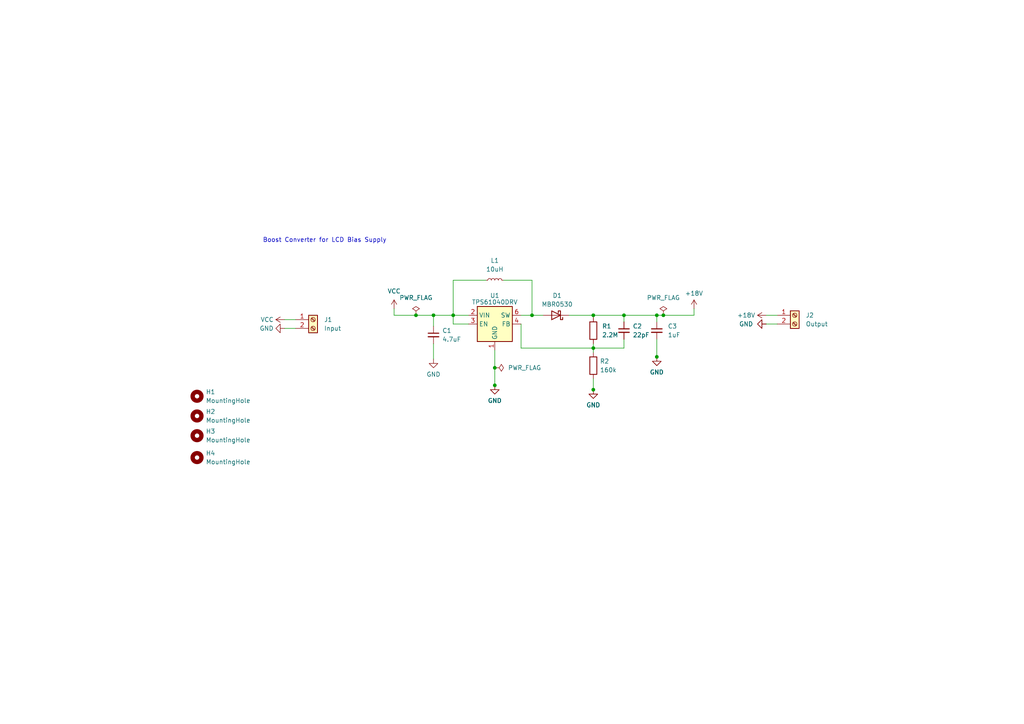
<source format=kicad_sch>
(kicad_sch (version 20230121) (generator eeschema)

  (uuid 15526b74-1662-4fba-9fb9-ba9e2a3c07ac)

  (paper "A4")

  (lib_symbols
    (symbol "+15V_1" (power) (pin_names (offset 0)) (in_bom yes) (on_board yes)
      (property "Reference" "#PWR09" (at 0 -3.81 0)
        (effects (font (size 1.27 1.27)) hide)
      )
      (property "Value" "+15V_1" (at 0 4.445 0)
        (effects (font (size 1.27 1.27)))
      )
      (property "Footprint" "" (at 0 0 0)
        (effects (font (size 1.27 1.27)) hide)
      )
      (property "Datasheet" "" (at 0 0 0)
        (effects (font (size 1.27 1.27)) hide)
      )
      (property "ki_keywords" "global power" (at 0 0 0)
        (effects (font (size 1.27 1.27)) hide)
      )
      (property "ki_description" "Power symbol creates a global label with name \"+15V\"" (at 0 0 0)
        (effects (font (size 1.27 1.27)) hide)
      )
      (symbol "+15V_1_0_1"
        (polyline
          (pts
            (xy -0.762 1.27)
            (xy 0 2.54)
          )
          (stroke (width 0) (type default))
          (fill (type none))
        )
        (polyline
          (pts
            (xy 0 0)
            (xy 0 2.54)
          )
          (stroke (width 0) (type default))
          (fill (type none))
        )
        (polyline
          (pts
            (xy 0 2.54)
            (xy 0.762 1.27)
          )
          (stroke (width 0) (type default))
          (fill (type none))
        )
      )
      (symbol "+15V_1_1_1"
        (pin power_in line (at 0 0 90) (length 0) hide
          (name "+18V" (effects (font (size 1.27 1.27))))
          (number "1" (effects (font (size 1.27 1.27))))
        )
      )
    )
    (symbol "Connector:Screw_Terminal_01x02" (pin_names (offset 1.016) hide) (in_bom yes) (on_board yes)
      (property "Reference" "J" (at 0 2.54 0)
        (effects (font (size 1.27 1.27)))
      )
      (property "Value" "Screw_Terminal_01x02" (at 0 -5.08 0)
        (effects (font (size 1.27 1.27)))
      )
      (property "Footprint" "" (at 0 0 0)
        (effects (font (size 1.27 1.27)) hide)
      )
      (property "Datasheet" "~" (at 0 0 0)
        (effects (font (size 1.27 1.27)) hide)
      )
      (property "ki_keywords" "screw terminal" (at 0 0 0)
        (effects (font (size 1.27 1.27)) hide)
      )
      (property "ki_description" "Generic screw terminal, single row, 01x02, script generated (kicad-library-utils/schlib/autogen/connector/)" (at 0 0 0)
        (effects (font (size 1.27 1.27)) hide)
      )
      (property "ki_fp_filters" "TerminalBlock*:*" (at 0 0 0)
        (effects (font (size 1.27 1.27)) hide)
      )
      (symbol "Screw_Terminal_01x02_1_1"
        (rectangle (start -1.27 1.27) (end 1.27 -3.81)
          (stroke (width 0.254) (type default))
          (fill (type background))
        )
        (circle (center 0 -2.54) (radius 0.635)
          (stroke (width 0.1524) (type default))
          (fill (type none))
        )
        (polyline
          (pts
            (xy -0.5334 -2.2098)
            (xy 0.3302 -3.048)
          )
          (stroke (width 0.1524) (type default))
          (fill (type none))
        )
        (polyline
          (pts
            (xy -0.5334 0.3302)
            (xy 0.3302 -0.508)
          )
          (stroke (width 0.1524) (type default))
          (fill (type none))
        )
        (polyline
          (pts
            (xy -0.3556 -2.032)
            (xy 0.508 -2.8702)
          )
          (stroke (width 0.1524) (type default))
          (fill (type none))
        )
        (polyline
          (pts
            (xy -0.3556 0.508)
            (xy 0.508 -0.3302)
          )
          (stroke (width 0.1524) (type default))
          (fill (type none))
        )
        (circle (center 0 0) (radius 0.635)
          (stroke (width 0.1524) (type default))
          (fill (type none))
        )
        (pin passive line (at -5.08 0 0) (length 3.81)
          (name "Pin_1" (effects (font (size 1.27 1.27))))
          (number "1" (effects (font (size 1.27 1.27))))
        )
        (pin passive line (at -5.08 -2.54 0) (length 3.81)
          (name "Pin_2" (effects (font (size 1.27 1.27))))
          (number "2" (effects (font (size 1.27 1.27))))
        )
      )
    )
    (symbol "Device:C_Small" (pin_numbers hide) (pin_names (offset 0.254) hide) (in_bom yes) (on_board yes)
      (property "Reference" "C" (at 0.254 1.778 0)
        (effects (font (size 1.27 1.27)) (justify left))
      )
      (property "Value" "C_Small" (at 0.254 -2.032 0)
        (effects (font (size 1.27 1.27)) (justify left))
      )
      (property "Footprint" "" (at 0 0 0)
        (effects (font (size 1.27 1.27)) hide)
      )
      (property "Datasheet" "~" (at 0 0 0)
        (effects (font (size 1.27 1.27)) hide)
      )
      (property "ki_keywords" "capacitor cap" (at 0 0 0)
        (effects (font (size 1.27 1.27)) hide)
      )
      (property "ki_description" "Unpolarized capacitor, small symbol" (at 0 0 0)
        (effects (font (size 1.27 1.27)) hide)
      )
      (property "ki_fp_filters" "C_*" (at 0 0 0)
        (effects (font (size 1.27 1.27)) hide)
      )
      (symbol "C_Small_0_1"
        (polyline
          (pts
            (xy -1.524 -0.508)
            (xy 1.524 -0.508)
          )
          (stroke (width 0.3302) (type default))
          (fill (type none))
        )
        (polyline
          (pts
            (xy -1.524 0.508)
            (xy 1.524 0.508)
          )
          (stroke (width 0.3048) (type default))
          (fill (type none))
        )
      )
      (symbol "C_Small_1_1"
        (pin passive line (at 0 2.54 270) (length 2.032)
          (name "~" (effects (font (size 1.27 1.27))))
          (number "1" (effects (font (size 1.27 1.27))))
        )
        (pin passive line (at 0 -2.54 90) (length 2.032)
          (name "~" (effects (font (size 1.27 1.27))))
          (number "2" (effects (font (size 1.27 1.27))))
        )
      )
    )
    (symbol "Device:L_Small" (pin_numbers hide) (pin_names (offset 0.254) hide) (in_bom yes) (on_board yes)
      (property "Reference" "L" (at 0.762 1.016 0)
        (effects (font (size 1.27 1.27)) (justify left))
      )
      (property "Value" "L_Small" (at 0.762 -1.016 0)
        (effects (font (size 1.27 1.27)) (justify left))
      )
      (property "Footprint" "" (at 0 0 0)
        (effects (font (size 1.27 1.27)) hide)
      )
      (property "Datasheet" "~" (at 0 0 0)
        (effects (font (size 1.27 1.27)) hide)
      )
      (property "ki_keywords" "inductor choke coil reactor magnetic" (at 0 0 0)
        (effects (font (size 1.27 1.27)) hide)
      )
      (property "ki_description" "Inductor, small symbol" (at 0 0 0)
        (effects (font (size 1.27 1.27)) hide)
      )
      (property "ki_fp_filters" "Choke_* *Coil* Inductor_* L_*" (at 0 0 0)
        (effects (font (size 1.27 1.27)) hide)
      )
      (symbol "L_Small_0_1"
        (arc (start 0 -2.032) (mid 0.5058 -1.524) (end 0 -1.016)
          (stroke (width 0) (type default))
          (fill (type none))
        )
        (arc (start 0 -1.016) (mid 0.5058 -0.508) (end 0 0)
          (stroke (width 0) (type default))
          (fill (type none))
        )
        (arc (start 0 0) (mid 0.5058 0.508) (end 0 1.016)
          (stroke (width 0) (type default))
          (fill (type none))
        )
        (arc (start 0 1.016) (mid 0.5058 1.524) (end 0 2.032)
          (stroke (width 0) (type default))
          (fill (type none))
        )
      )
      (symbol "L_Small_1_1"
        (pin passive line (at 0 2.54 270) (length 0.508)
          (name "~" (effects (font (size 1.27 1.27))))
          (number "1" (effects (font (size 1.27 1.27))))
        )
        (pin passive line (at 0 -2.54 90) (length 0.508)
          (name "~" (effects (font (size 1.27 1.27))))
          (number "2" (effects (font (size 1.27 1.27))))
        )
      )
    )
    (symbol "Device:R" (pin_numbers hide) (pin_names (offset 0)) (in_bom yes) (on_board yes)
      (property "Reference" "R" (at 2.032 0 90)
        (effects (font (size 1.27 1.27)))
      )
      (property "Value" "R" (at 0 0 90)
        (effects (font (size 1.27 1.27)))
      )
      (property "Footprint" "" (at -1.778 0 90)
        (effects (font (size 1.27 1.27)) hide)
      )
      (property "Datasheet" "~" (at 0 0 0)
        (effects (font (size 1.27 1.27)) hide)
      )
      (property "ki_keywords" "R res resistor" (at 0 0 0)
        (effects (font (size 1.27 1.27)) hide)
      )
      (property "ki_description" "Resistor" (at 0 0 0)
        (effects (font (size 1.27 1.27)) hide)
      )
      (property "ki_fp_filters" "R_*" (at 0 0 0)
        (effects (font (size 1.27 1.27)) hide)
      )
      (symbol "R_0_1"
        (rectangle (start -1.016 -2.54) (end 1.016 2.54)
          (stroke (width 0.254) (type default))
          (fill (type none))
        )
      )
      (symbol "R_1_1"
        (pin passive line (at 0 3.81 270) (length 1.27)
          (name "~" (effects (font (size 1.27 1.27))))
          (number "1" (effects (font (size 1.27 1.27))))
        )
        (pin passive line (at 0 -3.81 90) (length 1.27)
          (name "~" (effects (font (size 1.27 1.27))))
          (number "2" (effects (font (size 1.27 1.27))))
        )
      )
    )
    (symbol "Diode:MBR0530" (pin_numbers hide) (pin_names (offset 1.016) hide) (in_bom yes) (on_board yes)
      (property "Reference" "D" (at 0 2.54 0)
        (effects (font (size 1.27 1.27)))
      )
      (property "Value" "MBR0530" (at 0 -2.54 0)
        (effects (font (size 1.27 1.27)))
      )
      (property "Footprint" "Diode_SMD:D_SOD-123" (at 0 -4.445 0)
        (effects (font (size 1.27 1.27)) hide)
      )
      (property "Datasheet" "http://www.mccsemi.com/up_pdf/MBR0520~MBR0580(SOD123).pdf" (at 0 0 0)
        (effects (font (size 1.27 1.27)) hide)
      )
      (property "ki_keywords" "diode Schottky" (at 0 0 0)
        (effects (font (size 1.27 1.27)) hide)
      )
      (property "ki_description" "30V 0.5A Schottky Power Rectifier Diode, SOD-123" (at 0 0 0)
        (effects (font (size 1.27 1.27)) hide)
      )
      (property "ki_fp_filters" "D*SOD?123*" (at 0 0 0)
        (effects (font (size 1.27 1.27)) hide)
      )
      (symbol "MBR0530_0_1"
        (polyline
          (pts
            (xy 1.27 0)
            (xy -1.27 0)
          )
          (stroke (width 0) (type default))
          (fill (type none))
        )
        (polyline
          (pts
            (xy 1.27 1.27)
            (xy 1.27 -1.27)
            (xy -1.27 0)
            (xy 1.27 1.27)
          )
          (stroke (width 0.254) (type default))
          (fill (type none))
        )
        (polyline
          (pts
            (xy -1.905 0.635)
            (xy -1.905 1.27)
            (xy -1.27 1.27)
            (xy -1.27 -1.27)
            (xy -0.635 -1.27)
            (xy -0.635 -0.635)
          )
          (stroke (width 0.254) (type default))
          (fill (type none))
        )
      )
      (symbol "MBR0530_1_1"
        (pin passive line (at -3.81 0 0) (length 2.54)
          (name "K" (effects (font (size 1.27 1.27))))
          (number "1" (effects (font (size 1.27 1.27))))
        )
        (pin passive line (at 3.81 0 180) (length 2.54)
          (name "A" (effects (font (size 1.27 1.27))))
          (number "2" (effects (font (size 1.27 1.27))))
        )
      )
    )
    (symbol "Mechanical:MountingHole" (pin_names (offset 1.016)) (in_bom yes) (on_board yes)
      (property "Reference" "H" (at 0 5.08 0)
        (effects (font (size 1.27 1.27)))
      )
      (property "Value" "MountingHole" (at 0 3.175 0)
        (effects (font (size 1.27 1.27)))
      )
      (property "Footprint" "" (at 0 0 0)
        (effects (font (size 1.27 1.27)) hide)
      )
      (property "Datasheet" "~" (at 0 0 0)
        (effects (font (size 1.27 1.27)) hide)
      )
      (property "ki_keywords" "mounting hole" (at 0 0 0)
        (effects (font (size 1.27 1.27)) hide)
      )
      (property "ki_description" "Mounting Hole without connection" (at 0 0 0)
        (effects (font (size 1.27 1.27)) hide)
      )
      (property "ki_fp_filters" "MountingHole*" (at 0 0 0)
        (effects (font (size 1.27 1.27)) hide)
      )
      (symbol "MountingHole_0_1"
        (circle (center 0 0) (radius 1.27)
          (stroke (width 1.27) (type default))
          (fill (type none))
        )
      )
    )
    (symbol "Regulator_Switching:TPS61040DRV" (in_bom yes) (on_board yes)
      (property "Reference" "U" (at -5.08 6.35 0)
        (effects (font (size 1.27 1.27)) (justify left))
      )
      (property "Value" "TPS61040DRV" (at 0 6.35 0)
        (effects (font (size 1.27 1.27)) (justify left))
      )
      (property "Footprint" "Package_SON:WSON-6-1EP_2x2mm_P0.65mm_EP1x1.6mm" (at 1.27 -6.35 0)
        (effects (font (size 1.27 1.27) italic) (justify left) hide)
      )
      (property "Datasheet" "https://www.ti.com/lit/ds/symlink/tps61040.pdf" (at 3.81 8.89 0)
        (effects (font (size 1.27 1.27)) hide)
      )
      (property "ki_keywords" "Step-Up Boost DC-DC Regulator Adjustable" (at 0 0 0)
        (effects (font (size 1.27 1.27)) hide)
      )
      (property "ki_description" "Synchronous Boost Regulator, Adjustable Output up to 28V, 400 mA Switch Current Limit, WSON-6" (at 0 0 0)
        (effects (font (size 1.27 1.27)) hide)
      )
      (property "ki_fp_filters" "WSON*1EP*2x2mm*P0.65mm*" (at 0 0 0)
        (effects (font (size 1.27 1.27)) hide)
      )
      (symbol "TPS61040DRV_0_1"
        (rectangle (start -5.08 5.08) (end 5.08 -5.08)
          (stroke (width 0.254) (type default))
          (fill (type background))
        )
      )
      (symbol "TPS61040DRV_1_1"
        (pin power_in line (at 0 -7.62 90) (length 2.54)
          (name "GND" (effects (font (size 1.27 1.27))))
          (number "1" (effects (font (size 1.27 1.27))))
        )
        (pin power_in line (at -7.62 2.54 0) (length 2.54)
          (name "VIN" (effects (font (size 1.27 1.27))))
          (number "2" (effects (font (size 1.27 1.27))))
        )
        (pin input line (at -7.62 0 0) (length 2.54)
          (name "EN" (effects (font (size 1.27 1.27))))
          (number "3" (effects (font (size 1.27 1.27))))
        )
        (pin input line (at 7.62 0 180) (length 2.54)
          (name "FB" (effects (font (size 1.27 1.27))))
          (number "4" (effects (font (size 1.27 1.27))))
        )
        (pin no_connect line (at 5.08 -2.54 180) (length 2.54) hide
          (name "NC" (effects (font (size 1.27 1.27))))
          (number "5" (effects (font (size 1.27 1.27))))
        )
        (pin power_out line (at 7.62 2.54 180) (length 2.54)
          (name "SW" (effects (font (size 1.27 1.27))))
          (number "6" (effects (font (size 1.27 1.27))))
        )
      )
    )
    (symbol "power:+15V" (power) (pin_names (offset 0)) (in_bom yes) (on_board yes)
      (property "Reference" "#PWR012" (at 0 -3.81 0)
        (effects (font (size 1.27 1.27)) hide)
      )
      (property "Value" "+18V" (at 0 3.175 90)
        (effects (font (size 1.27 1.27)) (justify left))
      )
      (property "Footprint" "" (at 0 0 0)
        (effects (font (size 1.27 1.27)) hide)
      )
      (property "Datasheet" "" (at 0 0 0)
        (effects (font (size 1.27 1.27)) hide)
      )
      (property "ki_keywords" "global power" (at 0 0 0)
        (effects (font (size 1.27 1.27)) hide)
      )
      (property "ki_description" "Power symbol creates a global label with name \"+15V\"" (at 0 0 0)
        (effects (font (size 1.27 1.27)) hide)
      )
      (symbol "+15V_0_1"
        (polyline
          (pts
            (xy -0.762 1.27)
            (xy 0 2.54)
          )
          (stroke (width 0) (type default))
          (fill (type none))
        )
        (polyline
          (pts
            (xy 0 0)
            (xy 0 2.54)
          )
          (stroke (width 0) (type default))
          (fill (type none))
        )
        (polyline
          (pts
            (xy 0 2.54)
            (xy 0.762 1.27)
          )
          (stroke (width 0) (type default))
          (fill (type none))
        )
      )
      (symbol "+15V_1_1"
        (pin power_in line (at 0 0 90) (length 0) hide
          (name "+18V" (effects (font (size 1.27 1.27))))
          (number "1" (effects (font (size 1.27 1.27))))
        )
      )
    )
    (symbol "power:GND" (power) (pin_names (offset 0)) (in_bom yes) (on_board yes)
      (property "Reference" "#PWR" (at 0 -6.35 0)
        (effects (font (size 1.27 1.27)) hide)
      )
      (property "Value" "GND" (at 0 -3.81 0)
        (effects (font (size 1.27 1.27)))
      )
      (property "Footprint" "" (at 0 0 0)
        (effects (font (size 1.27 1.27)) hide)
      )
      (property "Datasheet" "" (at 0 0 0)
        (effects (font (size 1.27 1.27)) hide)
      )
      (property "ki_keywords" "global power" (at 0 0 0)
        (effects (font (size 1.27 1.27)) hide)
      )
      (property "ki_description" "Power symbol creates a global label with name \"GND\" , ground" (at 0 0 0)
        (effects (font (size 1.27 1.27)) hide)
      )
      (symbol "GND_0_1"
        (polyline
          (pts
            (xy 0 0)
            (xy 0 -1.27)
            (xy 1.27 -1.27)
            (xy 0 -2.54)
            (xy -1.27 -1.27)
            (xy 0 -1.27)
          )
          (stroke (width 0) (type default))
          (fill (type none))
        )
      )
      (symbol "GND_1_1"
        (pin power_in line (at 0 0 270) (length 0) hide
          (name "GND" (effects (font (size 1.27 1.27))))
          (number "1" (effects (font (size 1.27 1.27))))
        )
      )
    )
    (symbol "power:PWR_FLAG" (power) (pin_numbers hide) (pin_names (offset 0) hide) (in_bom yes) (on_board yes)
      (property "Reference" "#FLG" (at 0 1.905 0)
        (effects (font (size 1.27 1.27)) hide)
      )
      (property "Value" "PWR_FLAG" (at 0 3.81 0)
        (effects (font (size 1.27 1.27)))
      )
      (property "Footprint" "" (at 0 0 0)
        (effects (font (size 1.27 1.27)) hide)
      )
      (property "Datasheet" "~" (at 0 0 0)
        (effects (font (size 1.27 1.27)) hide)
      )
      (property "ki_keywords" "flag power" (at 0 0 0)
        (effects (font (size 1.27 1.27)) hide)
      )
      (property "ki_description" "Special symbol for telling ERC where power comes from" (at 0 0 0)
        (effects (font (size 1.27 1.27)) hide)
      )
      (symbol "PWR_FLAG_0_0"
        (pin power_out line (at 0 0 90) (length 0)
          (name "pwr" (effects (font (size 1.27 1.27))))
          (number "1" (effects (font (size 1.27 1.27))))
        )
      )
      (symbol "PWR_FLAG_0_1"
        (polyline
          (pts
            (xy 0 0)
            (xy 0 1.27)
            (xy -1.016 1.905)
            (xy 0 2.54)
            (xy 1.016 1.905)
            (xy 0 1.27)
          )
          (stroke (width 0) (type default))
          (fill (type none))
        )
      )
    )
    (symbol "power:VCC" (power) (pin_names (offset 0)) (in_bom yes) (on_board yes)
      (property "Reference" "#PWR" (at 0 -3.81 0)
        (effects (font (size 1.27 1.27)) hide)
      )
      (property "Value" "VCC" (at 0 3.81 0)
        (effects (font (size 1.27 1.27)))
      )
      (property "Footprint" "" (at 0 0 0)
        (effects (font (size 1.27 1.27)) hide)
      )
      (property "Datasheet" "" (at 0 0 0)
        (effects (font (size 1.27 1.27)) hide)
      )
      (property "ki_keywords" "global power" (at 0 0 0)
        (effects (font (size 1.27 1.27)) hide)
      )
      (property "ki_description" "Power symbol creates a global label with name \"VCC\"" (at 0 0 0)
        (effects (font (size 1.27 1.27)) hide)
      )
      (symbol "VCC_0_1"
        (polyline
          (pts
            (xy -0.762 1.27)
            (xy 0 2.54)
          )
          (stroke (width 0) (type default))
          (fill (type none))
        )
        (polyline
          (pts
            (xy 0 0)
            (xy 0 2.54)
          )
          (stroke (width 0) (type default))
          (fill (type none))
        )
        (polyline
          (pts
            (xy 0 2.54)
            (xy 0.762 1.27)
          )
          (stroke (width 0) (type default))
          (fill (type none))
        )
      )
      (symbol "VCC_1_1"
        (pin power_in line (at 0 0 90) (length 0) hide
          (name "VCC" (effects (font (size 1.27 1.27))))
          (number "1" (effects (font (size 1.27 1.27))))
        )
      )
    )
  )

  (junction (at 131.445 91.44) (diameter 0) (color 0 0 0 0)
    (uuid 110a85d4-8695-4aa3-b900-1cf0dfba7fbf)
  )
  (junction (at 172.085 100.965) (diameter 0) (color 0 0 0 0)
    (uuid 347d4a6c-ddbb-490e-824b-527a7e2cdeca)
  )
  (junction (at 172.085 113.03) (diameter 0) (color 0 0 0 0)
    (uuid 3b41eef4-cde9-4a73-86dd-afcc83053deb)
  )
  (junction (at 120.65 91.44) (diameter 0) (color 0 0 0 0)
    (uuid 635543bb-8bf5-4970-b9b3-9f3addcfafa6)
  )
  (junction (at 190.5 91.44) (diameter 0) (color 0 0 0 0)
    (uuid 6542ada7-8b49-43f1-8eb0-0cc4d8a6cd0a)
  )
  (junction (at 192.405 91.44) (diameter 0) (color 0 0 0 0)
    (uuid 761f6844-5bd6-43f8-9a0b-2634a7ca88df)
  )
  (junction (at 143.51 106.68) (diameter 0) (color 0 0 0 0)
    (uuid 947ee267-5076-419b-a745-7569325601d0)
  )
  (junction (at 180.975 91.44) (diameter 0) (color 0 0 0 0)
    (uuid 9eb75e58-43ae-474c-a7b8-08d9c9b327fd)
  )
  (junction (at 172.085 91.44) (diameter 0) (color 0 0 0 0)
    (uuid b0679a50-978e-494f-b99d-67008c465abb)
  )
  (junction (at 125.73 91.44) (diameter 0) (color 0 0 0 0)
    (uuid bc32e5ed-9b69-48b8-a971-0aa24603cc46)
  )
  (junction (at 154.305 91.44) (diameter 0) (color 0 0 0 0)
    (uuid c78a23bd-2f8f-4390-8e1b-677c3813ac67)
  )
  (junction (at 143.51 111.76) (diameter 0) (color 0 0 0 0)
    (uuid d9f2460a-b96d-4fc1-b85e-a92b689062ec)
  )
  (junction (at 190.5 103.505) (diameter 0) (color 0 0 0 0)
    (uuid e439ce98-ce62-457b-9c46-f69029e31f23)
  )

  (wire (pts (xy 151.13 100.965) (xy 172.085 100.965))
    (stroke (width 0) (type default))
    (uuid 06c3eefc-9f0e-4a46-924d-07516a9ca885)
  )
  (wire (pts (xy 190.5 91.44) (xy 192.405 91.44))
    (stroke (width 0) (type default))
    (uuid 075eebac-c551-40d1-a8ce-4c549f0ef9d2)
  )
  (wire (pts (xy 190.5 91.44) (xy 190.5 93.345))
    (stroke (width 0) (type default))
    (uuid 09fae63d-6b5d-4a18-bc14-43836b1665dd)
  )
  (wire (pts (xy 154.305 91.44) (xy 157.48 91.44))
    (stroke (width 0) (type default))
    (uuid 0ad53a14-2d0a-4be3-98f3-d439454ab2ec)
  )
  (wire (pts (xy 143.51 106.68) (xy 143.51 111.76))
    (stroke (width 0) (type default))
    (uuid 0bd80704-1ef5-4ef8-b3e0-20cea736402d)
  )
  (wire (pts (xy 180.975 91.44) (xy 180.975 93.345))
    (stroke (width 0) (type default))
    (uuid 0fdd6fca-6c85-4dca-a885-81d92fbead00)
  )
  (wire (pts (xy 131.445 93.98) (xy 131.445 91.44))
    (stroke (width 0) (type default))
    (uuid 1755e889-d164-4f1e-a448-9c3deccda808)
  )
  (wire (pts (xy 222.25 91.44) (xy 225.425 91.44))
    (stroke (width 0) (type default))
    (uuid 1f7d12cc-03ae-4c75-a1a8-348bdd11c4a8)
  )
  (wire (pts (xy 135.89 93.98) (xy 131.445 93.98))
    (stroke (width 0) (type default))
    (uuid 21265070-7b42-4095-89f3-4d358e436eb8)
  )
  (wire (pts (xy 131.445 81.28) (xy 140.97 81.28))
    (stroke (width 0) (type default))
    (uuid 217a0455-efa1-4cac-80fb-528e0c17bb39)
  )
  (wire (pts (xy 131.445 91.44) (xy 125.73 91.44))
    (stroke (width 0) (type default))
    (uuid 2a70576a-5f68-4c2d-a693-68691af229fd)
  )
  (wire (pts (xy 131.445 91.44) (xy 131.445 81.28))
    (stroke (width 0) (type default))
    (uuid 2ba6e075-b332-422b-a88e-0323d1637b53)
  )
  (wire (pts (xy 172.085 91.44) (xy 165.1 91.44))
    (stroke (width 0) (type default))
    (uuid 2c075d4d-8f7f-42c2-b989-1ba5bb91a545)
  )
  (wire (pts (xy 114.3 91.44) (xy 114.3 89.535))
    (stroke (width 0) (type default))
    (uuid 38978b65-f4af-43f5-814d-824285ec2e03)
  )
  (wire (pts (xy 114.3 91.44) (xy 120.65 91.44))
    (stroke (width 0) (type default))
    (uuid 3d28e77b-1c92-4639-86fa-4833f68da486)
  )
  (wire (pts (xy 120.65 91.44) (xy 125.73 91.44))
    (stroke (width 0) (type default))
    (uuid 439a63a0-5117-4c81-92a5-386ee31bcee3)
  )
  (wire (pts (xy 172.085 100.965) (xy 180.975 100.965))
    (stroke (width 0) (type default))
    (uuid 44665973-2f11-4ae6-bf4c-e9de0c48a75d)
  )
  (wire (pts (xy 151.13 93.98) (xy 151.13 100.965))
    (stroke (width 0) (type default))
    (uuid 4fbab9b1-2528-44a3-a0c0-e697a0b10ba7)
  )
  (wire (pts (xy 125.73 91.44) (xy 125.73 94.615))
    (stroke (width 0) (type default))
    (uuid 52ae276d-aee3-47ab-a01f-9a00a656713f)
  )
  (wire (pts (xy 172.085 91.44) (xy 180.975 91.44))
    (stroke (width 0) (type default))
    (uuid 623413dc-26eb-4e03-aa2f-658e560118cb)
  )
  (wire (pts (xy 154.305 91.44) (xy 154.305 81.28))
    (stroke (width 0) (type default))
    (uuid 6393e8c2-5ed1-4a05-9b1e-afb6fc18fc2d)
  )
  (wire (pts (xy 222.25 93.98) (xy 225.425 93.98))
    (stroke (width 0) (type default))
    (uuid 6546ed1b-ae19-4445-a210-8fd4649bd33b)
  )
  (wire (pts (xy 190.5 98.425) (xy 190.5 103.505))
    (stroke (width 0) (type default))
    (uuid 6644a3a1-b934-4285-870a-ed641f63747e)
  )
  (wire (pts (xy 82.55 92.71) (xy 85.725 92.71))
    (stroke (width 0) (type default))
    (uuid 6b1fbe59-89fb-44d0-a34c-f3b73801345d)
  )
  (wire (pts (xy 180.975 100.965) (xy 180.975 98.425))
    (stroke (width 0) (type default))
    (uuid 713dd60b-d43e-489a-9440-f5c16bd047ae)
  )
  (wire (pts (xy 172.085 99.695) (xy 172.085 100.965))
    (stroke (width 0) (type default))
    (uuid 7707d563-6f74-4d0c-be5c-b64270538437)
  )
  (wire (pts (xy 180.975 91.44) (xy 190.5 91.44))
    (stroke (width 0) (type default))
    (uuid 9d9b0550-1318-4f28-8e99-13286af3ea2d)
  )
  (wire (pts (xy 125.73 99.695) (xy 125.73 104.14))
    (stroke (width 0) (type default))
    (uuid a60e8097-fb88-4297-8dcc-fba79e3c1d50)
  )
  (wire (pts (xy 82.55 95.25) (xy 85.725 95.25))
    (stroke (width 0) (type default))
    (uuid a8601ef1-76f3-4264-9844-ec147c4d2c55)
  )
  (wire (pts (xy 172.085 92.075) (xy 172.085 91.44))
    (stroke (width 0) (type default))
    (uuid a8c11588-3854-49d8-b04e-9971cf2323bf)
  )
  (wire (pts (xy 172.085 109.855) (xy 172.085 113.03))
    (stroke (width 0) (type default))
    (uuid ac5f1ef1-31ba-4198-85ec-b0568042b65a)
  )
  (wire (pts (xy 172.085 100.965) (xy 172.085 102.235))
    (stroke (width 0) (type default))
    (uuid b2d26b1b-5ed8-493d-8af7-9daf348bc585)
  )
  (wire (pts (xy 143.51 101.6) (xy 143.51 106.68))
    (stroke (width 0) (type default))
    (uuid b37ae037-d36d-4cb7-85e7-2c29f35cbba3)
  )
  (wire (pts (xy 135.89 91.44) (xy 131.445 91.44))
    (stroke (width 0) (type default))
    (uuid bb85c363-a923-41d1-8d8a-8457c175da8e)
  )
  (wire (pts (xy 154.305 81.28) (xy 146.05 81.28))
    (stroke (width 0) (type default))
    (uuid c57b68ef-8dd2-4616-9526-ef90a60028c2)
  )
  (wire (pts (xy 201.295 89.535) (xy 201.295 91.44))
    (stroke (width 0) (type default))
    (uuid d2f3513c-cf9f-4615-a89e-d2a009317a89)
  )
  (wire (pts (xy 192.405 91.44) (xy 201.295 91.44))
    (stroke (width 0) (type default))
    (uuid e0177944-ebe3-4e85-bcc0-03a80bfdd88c)
  )
  (wire (pts (xy 151.13 91.44) (xy 154.305 91.44))
    (stroke (width 0) (type default))
    (uuid e6420dcc-ddf1-4eb7-a913-7239c1f2d9a3)
  )

  (text "Boost Converter for LCD Bias Supply" (at 76.2 70.485 0)
    (effects (font (size 1.27 1.27)) (justify left bottom))
    (uuid af4898dc-f59f-4377-8642-d72e30fd9493)
  )

  (symbol (lib_id "power:VCC") (at 82.55 92.71 90) (unit 1)
    (in_bom yes) (on_board yes) (dnp no)
    (uuid 05884120-2be6-43dc-82a6-59430baf17f7)
    (property "Reference" "#PWR010" (at 86.36 92.71 0)
      (effects (font (size 1.27 1.27)) hide)
    )
    (property "Value" "VCC" (at 77.47 92.71 90)
      (effects (font (size 1.27 1.27)))
    )
    (property "Footprint" "" (at 82.55 92.71 0)
      (effects (font (size 1.27 1.27)) hide)
    )
    (property "Datasheet" "" (at 82.55 92.71 0)
      (effects (font (size 1.27 1.27)) hide)
    )
    (pin "1" (uuid 2f87f0d0-4444-4589-818f-cd469b93f09e))
    (instances
      (project "Boost Converter"
        (path "/15526b74-1662-4fba-9fb9-ba9e2a3c07ac"
          (reference "#PWR010") (unit 1)
        )
      )
    )
  )

  (symbol (lib_id "power:+15V") (at 222.25 91.44 90) (unit 1)
    (in_bom yes) (on_board yes) (dnp no) (fields_autoplaced)
    (uuid 12655027-ad5b-4b75-b787-69a6568554f9)
    (property "Reference" "#PWR012" (at 226.06 91.44 0)
      (effects (font (size 1.27 1.27)) hide)
    )
    (property "Value" "+18V" (at 219.075 91.44 90)
      (effects (font (size 1.27 1.27)) (justify left))
    )
    (property "Footprint" "" (at 222.25 91.44 0)
      (effects (font (size 1.27 1.27)) hide)
    )
    (property "Datasheet" "" (at 222.25 91.44 0)
      (effects (font (size 1.27 1.27)) hide)
    )
    (pin "1" (uuid 7b9a5d6a-1684-41c3-965d-3e175fa654aa))
    (instances
      (project "Boost Converter"
        (path "/15526b74-1662-4fba-9fb9-ba9e2a3c07ac"
          (reference "#PWR012") (unit 1)
        )
      )
    )
  )

  (symbol (lib_id "power:GND") (at 172.085 113.03 0) (unit 1)
    (in_bom yes) (on_board yes) (dnp no) (fields_autoplaced)
    (uuid 144ceaa2-5a61-4556-a11d-ecd9fa83a35b)
    (property "Reference" "#PWR04" (at 172.085 119.38 0)
      (effects (font (size 1.27 1.27)) hide)
    )
    (property "Value" "GND" (at 172.085 117.475 0)
      (effects (font (size 1.27 1.27)))
    )
    (property "Footprint" "" (at 172.085 113.03 0)
      (effects (font (size 1.27 1.27)) hide)
    )
    (property "Datasheet" "" (at 172.085 113.03 0)
      (effects (font (size 1.27 1.27)) hide)
    )
    (pin "1" (uuid 22d33890-6235-4521-a97f-6e07c9c92eac))
    (instances
      (project "Boost Converter"
        (path "/15526b74-1662-4fba-9fb9-ba9e2a3c07ac"
          (reference "#PWR04") (unit 1)
        )
      )
    )
  )

  (symbol (lib_id "power:GND") (at 190.5 103.505 0) (unit 1)
    (in_bom yes) (on_board yes) (dnp no) (fields_autoplaced)
    (uuid 16ad5379-07b0-406b-bab1-11c9690c3c47)
    (property "Reference" "#PWR06" (at 190.5 109.855 0)
      (effects (font (size 1.27 1.27)) hide)
    )
    (property "Value" "GND" (at 190.5 107.95 0)
      (effects (font (size 1.27 1.27)))
    )
    (property "Footprint" "" (at 190.5 103.505 0)
      (effects (font (size 1.27 1.27)) hide)
    )
    (property "Datasheet" "" (at 190.5 103.505 0)
      (effects (font (size 1.27 1.27)) hide)
    )
    (pin "1" (uuid 3207e79a-5e8f-4fa2-8cba-144f5275c475))
    (instances
      (project "Boost Converter"
        (path "/15526b74-1662-4fba-9fb9-ba9e2a3c07ac"
          (reference "#PWR06") (unit 1)
        )
      )
    )
  )

  (symbol (lib_id "Diode:MBR0530") (at 161.29 91.44 180) (unit 1)
    (in_bom yes) (on_board yes) (dnp no) (fields_autoplaced)
    (uuid 16e162a8-93f7-498d-b29e-db6271f263be)
    (property "Reference" "D1" (at 161.6075 85.725 0)
      (effects (font (size 1.27 1.27)))
    )
    (property "Value" "MBR0530" (at 161.6075 88.265 0)
      (effects (font (size 1.27 1.27)))
    )
    (property "Footprint" "Diode_SMD:D_SOD-123" (at 161.29 86.995 0)
      (effects (font (size 1.27 1.27)) hide)
    )
    (property "Datasheet" "http://www.mccsemi.com/up_pdf/MBR0520~MBR0580(SOD123).pdf" (at 161.29 91.44 0)
      (effects (font (size 1.27 1.27)) hide)
    )
    (pin "1" (uuid 135ddd01-aa5c-46f1-85a1-8dd0f8610d29))
    (pin "2" (uuid 7a4aa2bb-0375-49cf-8b07-13890acbe89c))
    (instances
      (project "Boost Converter"
        (path "/15526b74-1662-4fba-9fb9-ba9e2a3c07ac"
          (reference "D1") (unit 1)
        )
      )
    )
  )

  (symbol (lib_id "Device:R") (at 172.085 95.885 0) (unit 1)
    (in_bom yes) (on_board yes) (dnp no) (fields_autoplaced)
    (uuid 17f4bc42-0e0b-4b8c-b152-f0be26db099f)
    (property "Reference" "R1" (at 174.625 94.615 0)
      (effects (font (size 1.27 1.27)) (justify left))
    )
    (property "Value" "2.2M" (at 174.625 97.155 0)
      (effects (font (size 1.27 1.27)) (justify left))
    )
    (property "Footprint" "Resistor_SMD:R_0805_2012Metric" (at 170.307 95.885 90)
      (effects (font (size 1.27 1.27)) hide)
    )
    (property "Datasheet" "~" (at 172.085 95.885 0)
      (effects (font (size 1.27 1.27)) hide)
    )
    (pin "1" (uuid cac7bced-ee0f-4cf5-bdc5-e0093fdd0108))
    (pin "2" (uuid bf29c13b-e845-423c-a0df-f46d932e4d4e))
    (instances
      (project "Boost Converter"
        (path "/15526b74-1662-4fba-9fb9-ba9e2a3c07ac"
          (reference "R1") (unit 1)
        )
      )
    )
  )

  (symbol (lib_id "power:GND") (at 222.25 93.98 270) (unit 1)
    (in_bom yes) (on_board yes) (dnp no) (fields_autoplaced)
    (uuid 1c3700d1-0c9d-4e49-bb9c-4eb1412e5512)
    (property "Reference" "#PWR013" (at 215.9 93.98 0)
      (effects (font (size 1.27 1.27)) hide)
    )
    (property "Value" "GND" (at 218.44 93.98 90)
      (effects (font (size 1.27 1.27)) (justify right))
    )
    (property "Footprint" "" (at 222.25 93.98 0)
      (effects (font (size 1.27 1.27)) hide)
    )
    (property "Datasheet" "" (at 222.25 93.98 0)
      (effects (font (size 1.27 1.27)) hide)
    )
    (pin "1" (uuid 3c6abe05-7c9c-4c3e-a257-8fea31b5902c))
    (instances
      (project "Boost Converter"
        (path "/15526b74-1662-4fba-9fb9-ba9e2a3c07ac"
          (reference "#PWR013") (unit 1)
        )
      )
    )
  )

  (symbol (lib_id "Connector:Screw_Terminal_01x02") (at 230.505 91.44 0) (unit 1)
    (in_bom yes) (on_board yes) (dnp no) (fields_autoplaced)
    (uuid 1cf8cd7f-5c33-4dff-80b5-9d106bd08ebe)
    (property "Reference" "J2" (at 233.68 91.44 0)
      (effects (font (size 1.27 1.27)) (justify left))
    )
    (property "Value" "Output" (at 233.68 93.98 0)
      (effects (font (size 1.27 1.27)) (justify left))
    )
    (property "Footprint" "TerminalBlock_Phoenix:TerminalBlock_Phoenix_MPT-0,5-2-2.54_1x02_P2.54mm_Horizontal" (at 230.505 91.44 0)
      (effects (font (size 1.27 1.27)) hide)
    )
    (property "Datasheet" "~" (at 230.505 91.44 0)
      (effects (font (size 1.27 1.27)) hide)
    )
    (pin "1" (uuid e5b33f2e-d73b-4257-8f59-6d134d16e70c))
    (pin "2" (uuid f8046b9f-ceb8-4d0e-9371-5ee521f82086))
    (instances
      (project "Boost Converter"
        (path "/15526b74-1662-4fba-9fb9-ba9e2a3c07ac"
          (reference "J2") (unit 1)
        )
      )
    )
  )

  (symbol (lib_name "+15V_1") (lib_id "power:+15V") (at 201.295 89.535 0) (unit 1)
    (in_bom yes) (on_board yes) (dnp no) (fields_autoplaced)
    (uuid 20b9c6c6-c3c6-47d1-882f-fcee2b0049cc)
    (property "Reference" "#PWR09" (at 201.295 93.345 0)
      (effects (font (size 1.27 1.27)) hide)
    )
    (property "Value" "+18V" (at 201.295 85.09 0)
      (effects (font (size 1.27 1.27)))
    )
    (property "Footprint" "" (at 201.295 89.535 0)
      (effects (font (size 1.27 1.27)) hide)
    )
    (property "Datasheet" "" (at 201.295 89.535 0)
      (effects (font (size 1.27 1.27)) hide)
    )
    (pin "1" (uuid 498dc2b7-0df9-4ae6-aa71-6d217ebd22d5))
    (instances
      (project "Boost Converter"
        (path "/15526b74-1662-4fba-9fb9-ba9e2a3c07ac"
          (reference "#PWR09") (unit 1)
        )
      )
    )
  )

  (symbol (lib_id "Connector:Screw_Terminal_01x02") (at 90.805 92.71 0) (unit 1)
    (in_bom yes) (on_board yes) (dnp no) (fields_autoplaced)
    (uuid 27b3e3fb-c4a2-4936-b35b-8436a0a27cee)
    (property "Reference" "J1" (at 93.98 92.71 0)
      (effects (font (size 1.27 1.27)) (justify left))
    )
    (property "Value" "Input" (at 93.98 95.25 0)
      (effects (font (size 1.27 1.27)) (justify left))
    )
    (property "Footprint" "TerminalBlock_Phoenix:TerminalBlock_Phoenix_MPT-0,5-2-2.54_1x02_P2.54mm_Horizontal" (at 90.805 92.71 0)
      (effects (font (size 1.27 1.27)) hide)
    )
    (property "Datasheet" "~" (at 90.805 92.71 0)
      (effects (font (size 1.27 1.27)) hide)
    )
    (pin "1" (uuid 66fd59a2-5f49-41f2-97d5-24f27fb42e6d))
    (pin "2" (uuid 41592512-8c15-4ad9-b30e-9d60f2dd7498))
    (instances
      (project "Boost Converter"
        (path "/15526b74-1662-4fba-9fb9-ba9e2a3c07ac"
          (reference "J1") (unit 1)
        )
      )
    )
  )

  (symbol (lib_id "Mechanical:MountingHole") (at 57.15 120.65 0) (unit 1)
    (in_bom yes) (on_board yes) (dnp no) (fields_autoplaced)
    (uuid 35a5b6e7-5c30-439e-9a71-2775500a7647)
    (property "Reference" "H2" (at 59.69 119.38 0)
      (effects (font (size 1.27 1.27)) (justify left))
    )
    (property "Value" "MountingHole" (at 59.69 121.92 0)
      (effects (font (size 1.27 1.27)) (justify left))
    )
    (property "Footprint" "MountingHole:MountingHole_2.1mm" (at 57.15 120.65 0)
      (effects (font (size 1.27 1.27)) hide)
    )
    (property "Datasheet" "~" (at 57.15 120.65 0)
      (effects (font (size 1.27 1.27)) hide)
    )
    (instances
      (project "Boost Converter"
        (path "/15526b74-1662-4fba-9fb9-ba9e2a3c07ac"
          (reference "H2") (unit 1)
        )
      )
    )
  )

  (symbol (lib_id "power:GND") (at 222.25 93.98 270) (unit 1)
    (in_bom yes) (on_board yes) (dnp no) (fields_autoplaced)
    (uuid 3865c4b6-03be-4018-8a6a-9624b7167c7e)
    (property "Reference" "#PWR014" (at 215.9 93.98 0)
      (effects (font (size 1.27 1.27)) hide)
    )
    (property "Value" "GND" (at 217.805 93.98 0)
      (effects (font (size 1.27 1.27)) hide)
    )
    (property "Footprint" "" (at 222.25 93.98 0)
      (effects (font (size 1.27 1.27)) hide)
    )
    (property "Datasheet" "" (at 222.25 93.98 0)
      (effects (font (size 1.27 1.27)) hide)
    )
    (pin "1" (uuid cc40695a-2c72-47e0-aedf-be045ace3f8f))
    (instances
      (project "Boost Converter"
        (path "/15526b74-1662-4fba-9fb9-ba9e2a3c07ac"
          (reference "#PWR014") (unit 1)
        )
      )
    )
  )

  (symbol (lib_id "Mechanical:MountingHole") (at 57.15 132.715 0) (unit 1)
    (in_bom yes) (on_board yes) (dnp no) (fields_autoplaced)
    (uuid 3d7828c5-192b-4663-bbfd-e21ed955bd4e)
    (property "Reference" "H4" (at 59.69 131.445 0)
      (effects (font (size 1.27 1.27)) (justify left))
    )
    (property "Value" "MountingHole" (at 59.69 133.985 0)
      (effects (font (size 1.27 1.27)) (justify left))
    )
    (property "Footprint" "MountingHole:MountingHole_2.1mm" (at 57.15 132.715 0)
      (effects (font (size 1.27 1.27)) hide)
    )
    (property "Datasheet" "~" (at 57.15 132.715 0)
      (effects (font (size 1.27 1.27)) hide)
    )
    (instances
      (project "Boost Converter"
        (path "/15526b74-1662-4fba-9fb9-ba9e2a3c07ac"
          (reference "H4") (unit 1)
        )
      )
    )
  )

  (symbol (lib_id "Regulator_Switching:TPS61040DRV") (at 143.51 93.98 0) (unit 1)
    (in_bom yes) (on_board yes) (dnp no)
    (uuid 3db314a3-9094-4183-a591-94f64ad554b1)
    (property "Reference" "U1" (at 143.51 85.725 0)
      (effects (font (size 1.27 1.27)))
    )
    (property "Value" "TPS61040DRV" (at 143.51 87.63 0)
      (effects (font (size 1.27 1.27)))
    )
    (property "Footprint" "Package_SON:WSON-6-1EP_2x2mm_P0.65mm_EP1x1.6mm" (at 144.78 100.33 0)
      (effects (font (size 1.27 1.27) italic) (justify left) hide)
    )
    (property "Datasheet" "https://www.ti.com/lit/ds/symlink/tps61040.pdf" (at 147.32 85.09 0)
      (effects (font (size 1.27 1.27)) hide)
    )
    (pin "1" (uuid 6384b06f-7195-4003-8cd3-45812c239e63))
    (pin "2" (uuid 3044e20c-34c9-466a-b15c-5d608ddc37d0))
    (pin "3" (uuid 737b989d-c2ca-4b46-a716-270ad0a20cbe))
    (pin "4" (uuid ac829e26-46d1-4c41-b01e-bfd4a8fc65da))
    (pin "5" (uuid 89cf33fd-3417-4dd9-85b4-c2130b8d9e01))
    (pin "6" (uuid 573f8623-5e82-4a63-ba08-a57f6758f34b))
    (instances
      (project "Boost Converter"
        (path "/15526b74-1662-4fba-9fb9-ba9e2a3c07ac"
          (reference "U1") (unit 1)
        )
      )
    )
  )

  (symbol (lib_id "power:GND") (at 82.55 95.25 270) (unit 1)
    (in_bom yes) (on_board yes) (dnp no) (fields_autoplaced)
    (uuid 405c2e95-946d-4c8a-949e-4ae428b2fe0f)
    (property "Reference" "#PWR011" (at 76.2 95.25 0)
      (effects (font (size 1.27 1.27)) hide)
    )
    (property "Value" "GND" (at 79.375 95.25 90)
      (effects (font (size 1.27 1.27)) (justify right))
    )
    (property "Footprint" "" (at 82.55 95.25 0)
      (effects (font (size 1.27 1.27)) hide)
    )
    (property "Datasheet" "" (at 82.55 95.25 0)
      (effects (font (size 1.27 1.27)) hide)
    )
    (pin "1" (uuid 6f4f0a4a-402f-4680-bb3d-507daa57a2c9))
    (instances
      (project "Boost Converter"
        (path "/15526b74-1662-4fba-9fb9-ba9e2a3c07ac"
          (reference "#PWR011") (unit 1)
        )
      )
    )
  )

  (symbol (lib_id "power:PWR_FLAG") (at 143.51 106.68 270) (unit 1)
    (in_bom yes) (on_board yes) (dnp no) (fields_autoplaced)
    (uuid 4cfbfab8-bbda-477d-abec-42b26db21200)
    (property "Reference" "#FLG02" (at 145.415 106.68 0)
      (effects (font (size 1.27 1.27)) hide)
    )
    (property "Value" "PWR_FLAG" (at 147.32 106.68 90)
      (effects (font (size 1.27 1.27)) (justify left))
    )
    (property "Footprint" "" (at 143.51 106.68 0)
      (effects (font (size 1.27 1.27)) hide)
    )
    (property "Datasheet" "~" (at 143.51 106.68 0)
      (effects (font (size 1.27 1.27)) hide)
    )
    (pin "1" (uuid d401facf-8fda-4dce-a6d7-1ce6be7898e7))
    (instances
      (project "Boost Converter"
        (path "/15526b74-1662-4fba-9fb9-ba9e2a3c07ac"
          (reference "#FLG02") (unit 1)
        )
      )
    )
  )

  (symbol (lib_id "Device:C_Small") (at 180.975 95.885 0) (unit 1)
    (in_bom yes) (on_board yes) (dnp no) (fields_autoplaced)
    (uuid 4d6bfcc4-feea-4194-a8de-11f16f3c85a8)
    (property "Reference" "C2" (at 183.515 94.6213 0)
      (effects (font (size 1.27 1.27)) (justify left))
    )
    (property "Value" "22pF" (at 183.515 97.1613 0)
      (effects (font (size 1.27 1.27)) (justify left))
    )
    (property "Footprint" "Capacitor_SMD:C_0603_1608Metric" (at 180.975 95.885 0)
      (effects (font (size 1.27 1.27)) hide)
    )
    (property "Datasheet" "~" (at 180.975 95.885 0)
      (effects (font (size 1.27 1.27)) hide)
    )
    (pin "1" (uuid 3d496e8e-0df1-42f9-8bb9-88e7fb621162))
    (pin "2" (uuid d821aa05-5c89-40d7-9bd0-cc9932e8d4e3))
    (instances
      (project "Boost Converter"
        (path "/15526b74-1662-4fba-9fb9-ba9e2a3c07ac"
          (reference "C2") (unit 1)
        )
      )
    )
  )

  (symbol (lib_id "power:VCC") (at 114.3 89.535 0) (unit 1)
    (in_bom yes) (on_board yes) (dnp no)
    (uuid 52b028bd-2d5f-414c-b8ab-062d0d68f41f)
    (property "Reference" "#PWR08" (at 114.3 93.345 0)
      (effects (font (size 1.27 1.27)) hide)
    )
    (property "Value" "VCC" (at 114.3 84.455 0)
      (effects (font (size 1.27 1.27)))
    )
    (property "Footprint" "" (at 114.3 89.535 0)
      (effects (font (size 1.27 1.27)) hide)
    )
    (property "Datasheet" "" (at 114.3 89.535 0)
      (effects (font (size 1.27 1.27)) hide)
    )
    (pin "1" (uuid 8cd2d0e4-954a-45e1-806d-5658f0d68e6d))
    (instances
      (project "Boost Converter"
        (path "/15526b74-1662-4fba-9fb9-ba9e2a3c07ac"
          (reference "#PWR08") (unit 1)
        )
      )
    )
  )

  (symbol (lib_id "Device:R") (at 172.085 106.045 0) (unit 1)
    (in_bom yes) (on_board yes) (dnp no)
    (uuid 57336ad7-f50c-4792-910e-9283efb0c436)
    (property "Reference" "R2" (at 173.99 104.775 0)
      (effects (font (size 1.27 1.27)) (justify left))
    )
    (property "Value" "160k" (at 173.99 107.315 0)
      (effects (font (size 1.27 1.27)) (justify left))
    )
    (property "Footprint" "Resistor_SMD:R_0603_1608Metric" (at 170.307 106.045 90)
      (effects (font (size 1.27 1.27)) hide)
    )
    (property "Datasheet" "~" (at 172.085 106.045 0)
      (effects (font (size 1.27 1.27)) hide)
    )
    (pin "1" (uuid 3100cb9d-27ba-49c5-ac3f-b36c154df677))
    (pin "2" (uuid 893670ae-23ff-4aac-bc47-b0a972fbcaa9))
    (instances
      (project "Boost Converter"
        (path "/15526b74-1662-4fba-9fb9-ba9e2a3c07ac"
          (reference "R2") (unit 1)
        )
      )
    )
  )

  (symbol (lib_id "Device:C_Small") (at 125.73 97.155 0) (unit 1)
    (in_bom yes) (on_board yes) (dnp no) (fields_autoplaced)
    (uuid 610b99c7-9200-4d46-926c-533b3b2d7bc6)
    (property "Reference" "C1" (at 128.27 95.8913 0)
      (effects (font (size 1.27 1.27)) (justify left))
    )
    (property "Value" "4.7uF" (at 128.27 98.4313 0)
      (effects (font (size 1.27 1.27)) (justify left))
    )
    (property "Footprint" "Capacitor_THT:CP_Radial_D4.0mm_P1.50mm" (at 125.73 97.155 0)
      (effects (font (size 1.27 1.27)) hide)
    )
    (property "Datasheet" "~" (at 125.73 97.155 0)
      (effects (font (size 1.27 1.27)) hide)
    )
    (pin "1" (uuid 2f23fb84-3504-4dff-af28-32a59a916a7c))
    (pin "2" (uuid efbeb566-cd50-44a0-a69e-f74287dabc89))
    (instances
      (project "Boost Converter"
        (path "/15526b74-1662-4fba-9fb9-ba9e2a3c07ac"
          (reference "C1") (unit 1)
        )
      )
    )
  )

  (symbol (lib_id "power:PWR_FLAG") (at 192.405 91.44 0) (unit 1)
    (in_bom yes) (on_board yes) (dnp no) (fields_autoplaced)
    (uuid 6c8cdb66-3ed1-4f4c-9031-bd07d2fcef9d)
    (property "Reference" "#FLG03" (at 192.405 89.535 0)
      (effects (font (size 1.27 1.27)) hide)
    )
    (property "Value" "PWR_FLAG" (at 192.405 86.36 0)
      (effects (font (size 1.27 1.27)))
    )
    (property "Footprint" "" (at 192.405 91.44 0)
      (effects (font (size 1.27 1.27)) hide)
    )
    (property "Datasheet" "~" (at 192.405 91.44 0)
      (effects (font (size 1.27 1.27)) hide)
    )
    (pin "1" (uuid 5fee85d1-3d74-40d3-b2a6-2b49912844a2))
    (instances
      (project "Boost Converter"
        (path "/15526b74-1662-4fba-9fb9-ba9e2a3c07ac"
          (reference "#FLG03") (unit 1)
        )
      )
    )
  )

  (symbol (lib_id "power:PWR_FLAG") (at 120.65 91.44 0) (unit 1)
    (in_bom yes) (on_board yes) (dnp no) (fields_autoplaced)
    (uuid 7003ad1b-9ade-421a-9f99-299e1955d8ba)
    (property "Reference" "#FLG01" (at 120.65 89.535 0)
      (effects (font (size 1.27 1.27)) hide)
    )
    (property "Value" "PWR_FLAG" (at 120.65 86.36 0)
      (effects (font (size 1.27 1.27)))
    )
    (property "Footprint" "" (at 120.65 91.44 0)
      (effects (font (size 1.27 1.27)) hide)
    )
    (property "Datasheet" "~" (at 120.65 91.44 0)
      (effects (font (size 1.27 1.27)) hide)
    )
    (pin "1" (uuid 974cd8e0-6cbf-4fe5-a0f2-fc123ce64552))
    (instances
      (project "Boost Converter"
        (path "/15526b74-1662-4fba-9fb9-ba9e2a3c07ac"
          (reference "#FLG01") (unit 1)
        )
      )
    )
  )

  (symbol (lib_id "Device:L_Small") (at 143.51 81.28 90) (unit 1)
    (in_bom yes) (on_board yes) (dnp no) (fields_autoplaced)
    (uuid 894e402a-694b-4863-868c-54bbac945b69)
    (property "Reference" "L1" (at 143.51 75.565 90)
      (effects (font (size 1.27 1.27)))
    )
    (property "Value" "10uH" (at 143.51 78.105 90)
      (effects (font (size 1.27 1.27)))
    )
    (property "Footprint" "Inductor_SMD_Wurth:L_Wurth_WE-LQSH-3012" (at 143.51 81.28 0)
      (effects (font (size 1.27 1.27)) hide)
    )
    (property "Datasheet" "~" (at 143.51 81.28 0)
      (effects (font (size 1.27 1.27)) hide)
    )
    (pin "1" (uuid 750c2b1b-a2ce-4f04-8f4c-7a0bb2802996))
    (pin "2" (uuid 1c8db56b-884d-446a-8e51-696a3a0dce0f))
    (instances
      (project "Boost Converter"
        (path "/15526b74-1662-4fba-9fb9-ba9e2a3c07ac"
          (reference "L1") (unit 1)
        )
      )
    )
  )

  (symbol (lib_id "power:GND") (at 172.085 113.03 0) (unit 1)
    (in_bom yes) (on_board yes) (dnp no) (fields_autoplaced)
    (uuid 95019627-a68b-4ca7-b1aa-b9bc3f2f1111)
    (property "Reference" "#PWR05" (at 172.085 119.38 0)
      (effects (font (size 1.27 1.27)) hide)
    )
    (property "Value" "GND" (at 172.085 117.475 0)
      (effects (font (size 1.27 1.27)))
    )
    (property "Footprint" "" (at 172.085 113.03 0)
      (effects (font (size 1.27 1.27)) hide)
    )
    (property "Datasheet" "" (at 172.085 113.03 0)
      (effects (font (size 1.27 1.27)) hide)
    )
    (pin "1" (uuid 6e19a690-1ab0-4677-9508-7e7854e5033d))
    (instances
      (project "Boost Converter"
        (path "/15526b74-1662-4fba-9fb9-ba9e2a3c07ac"
          (reference "#PWR05") (unit 1)
        )
      )
    )
  )

  (symbol (lib_id "power:GND") (at 143.51 111.76 0) (unit 1)
    (in_bom yes) (on_board yes) (dnp no) (fields_autoplaced)
    (uuid a3c30532-46f1-4603-9835-409e23a72d91)
    (property "Reference" "#PWR03" (at 143.51 118.11 0)
      (effects (font (size 1.27 1.27)) hide)
    )
    (property "Value" "GND" (at 143.51 116.205 0)
      (effects (font (size 1.27 1.27)))
    )
    (property "Footprint" "" (at 143.51 111.76 0)
      (effects (font (size 1.27 1.27)) hide)
    )
    (property "Datasheet" "" (at 143.51 111.76 0)
      (effects (font (size 1.27 1.27)) hide)
    )
    (pin "1" (uuid 5dc2a743-d435-42ce-aae5-0f61c17a4d02))
    (instances
      (project "Boost Converter"
        (path "/15526b74-1662-4fba-9fb9-ba9e2a3c07ac"
          (reference "#PWR03") (unit 1)
        )
      )
    )
  )

  (symbol (lib_id "power:GND") (at 190.5 103.505 0) (unit 1)
    (in_bom yes) (on_board yes) (dnp no) (fields_autoplaced)
    (uuid bc8f158f-6e81-4ab8-bcbd-c2fb43d098d3)
    (property "Reference" "#PWR07" (at 190.5 109.855 0)
      (effects (font (size 1.27 1.27)) hide)
    )
    (property "Value" "GND" (at 190.5 107.95 0)
      (effects (font (size 1.27 1.27)))
    )
    (property "Footprint" "" (at 190.5 103.505 0)
      (effects (font (size 1.27 1.27)) hide)
    )
    (property "Datasheet" "" (at 190.5 103.505 0)
      (effects (font (size 1.27 1.27)) hide)
    )
    (pin "1" (uuid 28a3e073-2ed4-493f-955c-f4f988341903))
    (instances
      (project "Boost Converter"
        (path "/15526b74-1662-4fba-9fb9-ba9e2a3c07ac"
          (reference "#PWR07") (unit 1)
        )
      )
    )
  )

  (symbol (lib_id "Mechanical:MountingHole") (at 57.15 126.365 0) (unit 1)
    (in_bom yes) (on_board yes) (dnp no) (fields_autoplaced)
    (uuid c1ec400f-7c46-431e-87f6-13eb5d2a7318)
    (property "Reference" "H3" (at 59.69 125.095 0)
      (effects (font (size 1.27 1.27)) (justify left))
    )
    (property "Value" "MountingHole" (at 59.69 127.635 0)
      (effects (font (size 1.27 1.27)) (justify left))
    )
    (property "Footprint" "MountingHole:MountingHole_2.1mm" (at 57.15 126.365 0)
      (effects (font (size 1.27 1.27)) hide)
    )
    (property "Datasheet" "~" (at 57.15 126.365 0)
      (effects (font (size 1.27 1.27)) hide)
    )
    (instances
      (project "Boost Converter"
        (path "/15526b74-1662-4fba-9fb9-ba9e2a3c07ac"
          (reference "H3") (unit 1)
        )
      )
    )
  )

  (symbol (lib_id "Device:C_Small") (at 190.5 95.885 0) (unit 1)
    (in_bom yes) (on_board yes) (dnp no) (fields_autoplaced)
    (uuid cb70df17-aee1-4cc7-bc04-38216163996e)
    (property "Reference" "C3" (at 193.675 94.6213 0)
      (effects (font (size 1.27 1.27)) (justify left))
    )
    (property "Value" "1uF" (at 193.675 97.1613 0)
      (effects (font (size 1.27 1.27)) (justify left))
    )
    (property "Footprint" "Capacitor_SMD:C_0603_1608Metric" (at 190.5 95.885 0)
      (effects (font (size 1.27 1.27)) hide)
    )
    (property "Datasheet" "~" (at 190.5 95.885 0)
      (effects (font (size 1.27 1.27)) hide)
    )
    (pin "1" (uuid faa1d32a-371c-422c-90ad-422baf18bab8))
    (pin "2" (uuid badc02f7-edd2-4139-a8f6-94f8d971d2db))
    (instances
      (project "Boost Converter"
        (path "/15526b74-1662-4fba-9fb9-ba9e2a3c07ac"
          (reference "C3") (unit 1)
        )
      )
    )
  )

  (symbol (lib_id "power:GND") (at 143.51 111.76 0) (unit 1)
    (in_bom yes) (on_board yes) (dnp no) (fields_autoplaced)
    (uuid d9fd9e0b-8980-468a-b994-20770042b751)
    (property "Reference" "#PWR01" (at 143.51 118.11 0)
      (effects (font (size 1.27 1.27)) hide)
    )
    (property "Value" "GND" (at 143.51 116.205 0)
      (effects (font (size 1.27 1.27)))
    )
    (property "Footprint" "" (at 143.51 111.76 0)
      (effects (font (size 1.27 1.27)) hide)
    )
    (property "Datasheet" "" (at 143.51 111.76 0)
      (effects (font (size 1.27 1.27)) hide)
    )
    (pin "1" (uuid 5a5669ca-b377-472b-8a02-dc6416af2cc5))
    (instances
      (project "Boost Converter"
        (path "/15526b74-1662-4fba-9fb9-ba9e2a3c07ac"
          (reference "#PWR01") (unit 1)
        )
      )
    )
  )

  (symbol (lib_id "Mechanical:MountingHole") (at 57.15 114.935 0) (unit 1)
    (in_bom yes) (on_board yes) (dnp no) (fields_autoplaced)
    (uuid e9a1e29e-004b-4024-9e9e-7d6b460e026e)
    (property "Reference" "H1" (at 59.69 113.665 0)
      (effects (font (size 1.27 1.27)) (justify left))
    )
    (property "Value" "MountingHole" (at 59.69 116.205 0)
      (effects (font (size 1.27 1.27)) (justify left))
    )
    (property "Footprint" "MountingHole:MountingHole_2.1mm" (at 57.15 114.935 0)
      (effects (font (size 1.27 1.27)) hide)
    )
    (property "Datasheet" "~" (at 57.15 114.935 0)
      (effects (font (size 1.27 1.27)) hide)
    )
    (instances
      (project "Boost Converter"
        (path "/15526b74-1662-4fba-9fb9-ba9e2a3c07ac"
          (reference "H1") (unit 1)
        )
      )
    )
  )

  (symbol (lib_id "power:GND") (at 125.73 104.14 0) (unit 1)
    (in_bom yes) (on_board yes) (dnp no) (fields_autoplaced)
    (uuid fc9307f9-131c-42e5-a0e7-0df0b20ee023)
    (property "Reference" "#PWR02" (at 125.73 110.49 0)
      (effects (font (size 1.27 1.27)) hide)
    )
    (property "Value" "GND" (at 125.73 108.585 0)
      (effects (font (size 1.27 1.27)))
    )
    (property "Footprint" "" (at 125.73 104.14 0)
      (effects (font (size 1.27 1.27)) hide)
    )
    (property "Datasheet" "" (at 125.73 104.14 0)
      (effects (font (size 1.27 1.27)) hide)
    )
    (pin "1" (uuid 2dd36cf2-6a89-4e19-8a9b-ccd4fbf4af39))
    (instances
      (project "Boost Converter"
        (path "/15526b74-1662-4fba-9fb9-ba9e2a3c07ac"
          (reference "#PWR02") (unit 1)
        )
      )
    )
  )

  (sheet_instances
    (path "/" (page "1"))
  )
)

</source>
